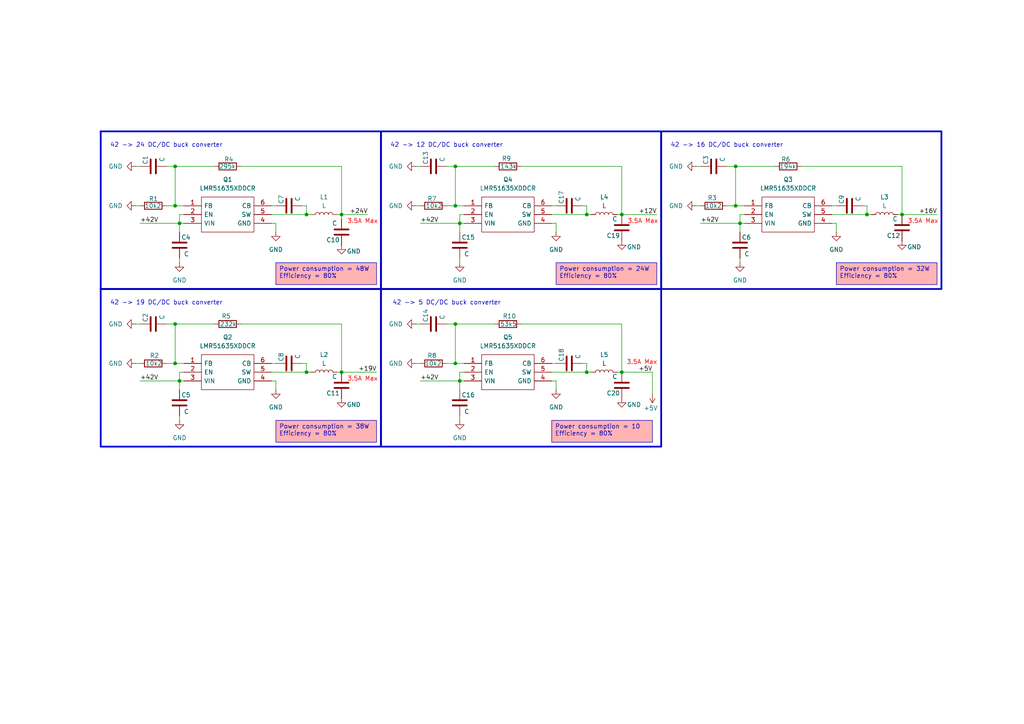
<source format=kicad_sch>
(kicad_sch (version 20231120) (generator "eeschema") (generator_version "8.0")
  (paper "A4")
  (title_block (title "Sheet Title A") (company "${COMPANY}"))
  (lib_symbols
    (symbol "Device:C" (pin_numbers hide) (pin_names (offset 0.254))
      (property "Reference" "C" (at 0.635 2.54 0))
      (property "Value" "C" (at 0.635 -2.54 0))
      (symbol "C_0_1"
        (polyline (pts (xy -2.032 -0.762) (xy 2.032 -0.762)) (stroke (width 0.508)))
        (polyline (pts (xy -2.032 0.762) (xy 2.032 0.762)) (stroke (width 0.508)))
      )
      (symbol "C_1_1"
        (pin passive line (at 0 3.81 270) (length 2.794) (name "~") (number "1"))
        (pin passive line (at 0 -3.81 90) (length 2.794) (name "~") (number "2"))
      )
    )
    (symbol "Device:L" (pin_numbers hide) (pin_names (offset 1.016) hide)
      (property "Reference" "L" (at -1.27 0 90))
      (property "Value" "L" (at 1.905 0 90))
      (symbol "L_0_1"
        (arc (start 0 -2.54) (mid 0.6323 -1.905) (end 0 -1.27))
        (arc (start 0 -1.27) (mid 0.6323 -0.635) (end 0 0))
        (arc (start 0 0) (mid 0.6323 0.635) (end 0 1.27))
        (arc (start 0 1.27) (mid 0.6323 1.905) (end 0 2.54))
      )
      (symbol "L_1_1"
        (pin passive line (at 0 3.81 270) (length 1.27) (name "1") (number "1"))
        (pin passive line (at 0 -3.81 90) (length 1.27) (name "2") (number "2"))
      )
    )
    (symbol "Device:R" (pin_numbers hide) (pin_names (offset 0))
      (property "Reference" "R" (at 2.032 0 90))
      (property "Value" "R" (at 0 0 90))
      (symbol "R_0_1"
        (rectangle (start -1.016 -2.54) (end 1.016 2.54) (stroke (width 0.254)))
      )
      (symbol "R_1_1"
        (pin passive line (at 0 3.81 270) (length 1.27) (name "~") (number "1"))
        (pin passive line (at 0 -3.81 90) (length 1.27) (name "~") (number "2"))
      )
    )
    (symbol "LMR51635XDDCR:LMR51635XDDCR" (pin_names (offset 0.762))
      (property "Reference" "Q" (at 21.59 7.62 0))
      (property "Value" "LMR51635XDDCR" (at 21.59 5.08 0))
      (symbol "LMR51635XDDCR_0_0"
        (pin passive line (at 0 0 0) (length 5.08) (name "FB") (number "1"))
        (pin passive line (at 0 -2.54 0) (length 5.08) (name "EN") (number "2"))
        (pin passive line (at 0 -5.08 0) (length 5.08) (name "VIN") (number "3"))
        (pin passive line (at 25.4 -5.08 180) (length 5.08) (name "GND") (number "4"))
        (pin passive line (at 25.4 -2.54 180) (length 5.08) (name "SW") (number "5"))
        (pin passive line (at 25.4 0 180) (length 5.08) (name "CB") (number "6"))
      )
      (symbol "LMR51635XDDCR_0_1"
        (polyline (pts (xy 5.08 2.54) (xy 20.32 2.54) (xy 20.32 -7.62) (xy 5.08 -7.62) (xy 5.08 2.54)) (stroke (width 0.1524)))
      )
    )
    (symbol "power:+5V" (power) (pin_numbers hide) (pin_names (offset 0) hide)
      (property "Value" "+5V" (at 0 3.556 0))
      (symbol "+5V_0_1"
        (polyline (pts (xy -0.762 1.27) (xy 0 2.54)))
        (polyline (pts (xy 0 0) (xy 0 2.54)))
        (polyline (pts (xy 0 2.54) (xy 0.762 1.27)))
      )
      (symbol "+5V_1_1"
        (pin power_in line (at 0 0 90) (length 0) (name "~") (number "1"))
      )
    )
    (symbol "power:GND" (power) (pin_numbers hide) (pin_names (offset 0) hide)
      (property "Value" "GND" (at 0 -3.81 0))
      (symbol "GND_0_1"
        (polyline (pts (xy 0 0) (xy 0 -1.27) (xy 1.27 -1.27) (xy 0 -2.54) (xy -1.27 -1.27) (xy 0 -1.27)))
      )
      (symbol "GND_1_1"
        (pin power_in line (at 0 0 270) (length 0) (name "~") (number "1"))
      )
    )
  )
  (junction (at 88.9 62.23))
  (junction (at 132.08 105.41))
  (junction (at 50.8 93.98))
  (junction (at 180.34 107.95))
  (junction (at 251.46 62.23))
  (junction (at 170.18 107.95))
  (junction (at 132.08 48.26))
  (junction (at 133.35 110.49))
  (junction (at 50.8 48.26))
  (junction (at 50.8 59.69))
  (junction (at 170.18 62.23))
  (junction (at 99.06 107.95))
  (junction (at 133.35 64.77))
  (junction (at 52.07 110.49))
  (junction (at 213.36 59.69))
  (junction (at 214.63 64.77))
  (junction (at 213.36 48.26))
  (junction (at 99.06 62.23))
  (junction (at 52.07 64.77))
  (junction (at 50.8 105.41))
  (junction (at 88.9 107.95))
  (junction (at 261.62 62.23))
  (junction (at 132.08 93.98))
  (junction (at 180.34 62.23))
  (junction (at 132.08 59.69))
  (wire (pts (xy 180.34 48.26) (xy 180.34 62.23)))
  (wire (pts (xy 99.06 63.5) (xy 99.06 62.23)))
  (wire (pts (xy 201.93 59.69) (xy 203.2 59.69)))
  (wire (pts (xy 39.37 93.98) (xy 40.64 93.98)))
  (wire (pts (xy 170.18 59.69) (xy 170.18 62.23)))
  (wire (pts (xy 50.8 48.26) (xy 50.8 59.69)))
  (wire (pts (xy 213.36 59.69) (xy 215.9 59.69)))
  (wire (pts (xy 120.65 48.26) (xy 121.92 48.26)))
  (wire (pts (xy 52.07 107.95) (xy 53.34 107.95)))
  (wire (pts (xy 180.34 62.23) (xy 179.07 62.23)))
  (wire (pts (xy 87.63 59.69) (xy 88.9 59.69)))
  (wire (pts (xy 88.9 62.23) (xy 90.17 62.23)))
  (wire (pts (xy 133.35 120.65) (xy 133.35 121.92)))
  (wire (pts (xy 180.34 62.23) (xy 190.5 62.23)))
  (wire (pts (xy 87.63 105.41) (xy 88.9 105.41)))
  (wire (pts (xy 180.34 93.98) (xy 180.34 107.95)))
  (wire (pts (xy 214.63 62.23) (xy 215.9 62.23)))
  (wire (pts (xy 99.06 62.23) (xy 106.68 62.23)))
  (wire (pts (xy 78.74 107.95) (xy 88.9 107.95)))
  (wire (pts (xy 50.8 105.41) (xy 53.34 105.41)))
  (wire (pts (xy 52.07 110.49) (xy 52.07 113.03)))
  (wire (pts (xy 88.9 105.41) (xy 88.9 107.95)))
  (wire (pts (xy 39.37 48.26) (xy 40.64 48.26)))
  (wire (pts (xy 160.02 105.41) (xy 161.29 105.41)))
  (wire (pts (xy 53.34 110.49) (xy 52.07 110.49)))
  (wire (pts (xy 151.13 93.98) (xy 180.34 93.98)))
  (wire (pts (xy 241.3 62.23) (xy 251.46 62.23)))
  (wire (pts (xy 129.54 105.41) (xy 132.08 105.41)))
  (wire (pts (xy 129.54 48.26) (xy 132.08 48.26)))
  (wire (pts (xy 40.64 110.49) (xy 52.07 110.49)))
  (wire (pts (xy 133.35 107.95) (xy 134.62 107.95)))
  (wire (pts (xy 261.62 62.23) (xy 260.35 62.23)))
  (wire (pts (xy 224.79 48.26) (xy 213.36 48.26)))
  (wire (pts (xy 52.07 110.49) (xy 52.07 107.95)))
  (wire (pts (xy 129.54 93.98) (xy 132.08 93.98)))
  (wire (pts (xy 62.23 93.98) (xy 50.8 93.98)))
  (wire (pts (xy 120.65 105.41) (xy 121.92 105.41)))
  (wire (pts (xy 242.57 67.31) (xy 242.57 64.77)))
  (wire (pts (xy 210.82 48.26) (xy 213.36 48.26)))
  (wire (pts (xy 160.02 107.95) (xy 170.18 107.95)))
  (wire (pts (xy 78.74 110.49) (xy 80.01 110.49)))
  (wire (pts (xy 121.92 64.77) (xy 133.35 64.77)))
  (wire (pts (xy 261.62 62.23) (xy 271.78 62.23)))
  (wire (pts (xy 99.06 62.23) (xy 97.79 62.23)))
  (wire (pts (xy 215.9 64.77) (xy 214.63 64.77)))
  (wire (pts (xy 189.23 107.95) (xy 180.34 107.95)))
  (wire (pts (xy 69.85 93.98) (xy 99.06 93.98)))
  (wire (pts (xy 214.63 64.77) (xy 214.63 67.31)))
  (wire (pts (xy 133.35 64.77) (xy 133.35 62.23)))
  (wire (pts (xy 120.65 93.98) (xy 121.92 93.98)))
  (wire (pts (xy 134.62 64.77) (xy 133.35 64.77)))
  (wire (pts (xy 129.54 59.69) (xy 132.08 59.69)))
  (wire (pts (xy 48.26 93.98) (xy 50.8 93.98)))
  (wire (pts (xy 168.91 105.41) (xy 170.18 105.41)))
  (wire (pts (xy 50.8 59.69) (xy 53.34 59.69)))
  (wire (pts (xy 52.07 64.77) (xy 52.07 67.31)))
  (wire (pts (xy 99.06 107.95) (xy 109.22 107.95)))
  (wire (pts (xy 189.23 107.95) (xy 189.23 114.3)))
  (wire (pts (xy 214.63 64.77) (xy 214.63 62.23)))
  (wire (pts (xy 213.36 48.26) (xy 213.36 59.69)))
  (wire (pts (xy 160.02 62.23) (xy 170.18 62.23)))
  (wire (pts (xy 133.35 110.49) (xy 133.35 107.95)))
  (wire (pts (xy 143.51 93.98) (xy 132.08 93.98)))
  (wire (pts (xy 48.26 48.26) (xy 50.8 48.26)))
  (wire (pts (xy 50.8 93.98) (xy 50.8 105.41)))
  (wire (pts (xy 133.35 74.93) (xy 133.35 76.2)))
  (wire (pts (xy 170.18 107.95) (xy 171.45 107.95)))
  (wire (pts (xy 161.29 113.03) (xy 161.29 110.49)))
  (wire (pts (xy 132.08 93.98) (xy 132.08 105.41)))
  (wire (pts (xy 161.29 67.31) (xy 161.29 64.77)))
  (wire (pts (xy 99.06 107.95) (xy 97.79 107.95)))
  (wire (pts (xy 99.06 48.26) (xy 99.06 62.23)))
  (wire (pts (xy 201.93 48.26) (xy 203.2 48.26)))
  (wire (pts (xy 88.9 59.69) (xy 88.9 62.23)))
  (wire (pts (xy 160.02 110.49) (xy 161.29 110.49)))
  (wire (pts (xy 78.74 64.77) (xy 80.01 64.77)))
  (wire (pts (xy 80.01 113.03) (xy 80.01 110.49)))
  (wire (pts (xy 78.74 59.69) (xy 80.01 59.69)))
  (wire (pts (xy 78.74 62.23) (xy 88.9 62.23)))
  (wire (pts (xy 132.08 105.41) (xy 134.62 105.41)))
  (wire (pts (xy 69.85 48.26) (xy 99.06 48.26)))
  (wire (pts (xy 251.46 62.23) (xy 252.73 62.23)))
  (wire (pts (xy 170.18 105.41) (xy 170.18 107.95)))
  (wire (pts (xy 78.74 105.41) (xy 80.01 105.41)))
  (wire (pts (xy 250.19 59.69) (xy 251.46 59.69)))
  (wire (pts (xy 121.92 110.49) (xy 133.35 110.49)))
  (wire (pts (xy 39.37 105.41) (xy 40.64 105.41)))
  (wire (pts (xy 180.34 107.95) (xy 179.07 107.95)))
  (wire (pts (xy 99.06 93.98) (xy 99.06 107.95)))
  (wire (pts (xy 241.3 59.69) (xy 242.57 59.69)))
  (wire (pts (xy 168.91 59.69) (xy 170.18 59.69)))
  (wire (pts (xy 48.26 59.69) (xy 50.8 59.69)))
  (wire (pts (xy 52.07 120.65) (xy 52.07 121.92)))
  (wire (pts (xy 52.07 62.23) (xy 53.34 62.23)))
  (wire (pts (xy 40.64 64.77) (xy 52.07 64.77)))
  (wire (pts (xy 143.51 48.26) (xy 132.08 48.26)))
  (wire (pts (xy 151.13 48.26) (xy 180.34 48.26)))
  (wire (pts (xy 203.2 64.77) (xy 214.63 64.77)))
  (wire (pts (xy 39.37 59.69) (xy 40.64 59.69)))
  (wire (pts (xy 132.08 48.26) (xy 132.08 59.69)))
  (wire (pts (xy 251.46 59.69) (xy 251.46 62.23)))
  (wire (pts (xy 53.34 64.77) (xy 52.07 64.77)))
  (wire (pts (xy 261.62 48.26) (xy 261.62 62.23)))
  (wire (pts (xy 52.07 74.93) (xy 52.07 76.2)))
  (wire (pts (xy 48.26 105.41) (xy 50.8 105.41)))
  (wire (pts (xy 134.62 110.49) (xy 133.35 110.49)))
  (wire (pts (xy 133.35 110.49) (xy 133.35 113.03)))
  (wire (pts (xy 88.9 107.95) (xy 90.17 107.95)))
  (wire (pts (xy 170.18 62.23) (xy 171.45 62.23)))
  (wire (pts (xy 132.08 59.69) (xy 134.62 59.69)))
  (wire (pts (xy 214.63 74.93) (xy 214.63 76.2)))
  (wire (pts (xy 210.82 59.69) (xy 213.36 59.69)))
  (wire (pts (xy 52.07 64.77) (xy 52.07 62.23)))
  (wire (pts (xy 120.65 59.69) (xy 121.92 59.69)))
  (wire (pts (xy 80.01 67.31) (xy 80.01 64.77)))
  (wire (pts (xy 160.02 64.77) (xy 161.29 64.77)))
  (wire (pts (xy 241.3 64.77) (xy 242.57 64.77)))
  (wire (pts (xy 133.35 62.23) (xy 134.62 62.23)))
  (wire (pts (xy 62.23 48.26) (xy 50.8 48.26)))
  (wire (pts (xy 232.41 48.26) (xy 261.62 48.26)))
  (wire (pts (xy 133.35 64.77) (xy 133.35 67.31)))
  (wire (pts (xy 160.02 59.69) (xy 161.29 59.69)))
  (rectangle (start 29.21 83.82) (end 110.49 129.54) (stroke (width 0.508)))
  (rectangle (start 29.21 38.1) (end 110.49 83.82) (stroke (width 0.508)))
  (rectangle (start 191.77 38.1) (end 273.05 83.82) (stroke (width 0.508)))
  (rectangle (start 110.49 38.1) (end 191.77 83.82) (stroke (width 0.508)))
  (rectangle (start 110.49 83.82) (end 191.77 129.54) (stroke (width 0.508)))
  (text_box "Power consumption = 32W\nEfficiency = 80%\n" (at 242.57 76.2 0) (size 29.21 6.35) (fill (type color) (color 255 0 0 0.3)) (effects (font (size 1.27 1.27)) (justify left top)))
  (text_box "Power consumption = 24W\nEfficiency = 80%\n" (at 161.29 76.2 0) (size 29.21 6.35) (fill (type color) (color 255 0 0 0.3)) (effects (font (size 1.27 1.27)) (justify left top)))
  (text_box "Power consumption = 48W\nEfficiency = 80%\n" (at 80.01 76.2 0) (size 29.21 6.35) (fill (type color) (color 255 0 0 0.3)) (effects (font (size 1.27 1.27)) (justify left top)))
  (text_box "Power consumption = 10\nEfficiency = 80%\n" (at 160.02 121.92 0) (size 29.21 6.35) (fill (type color) (color 255 0 0 0.3)) (effects (font (size 1.27 1.27)) (justify left top)))
  (text_box "Power consumption = 38W\nEfficiency = 80%\n" (at 80.01 121.92 0) (size 29.21 6.35) (fill (type color) (color 255 0 0 0.3)) (effects (font (size 1.27 1.27)) (justify left top)))
  (text "42 -> 24 DC/DC buck converter\n" (at 48.26 42.164 0) (effects (font (size 1.27 1.27))))
  (text "42 -> 19 DC/DC buck converter\n" (at 48.26 87.884 0) (effects (font (size 1.27 1.27))))
  (text "3.5A Max\n" (at 267.716 64.262 0) (effects (font (size 1.27 1.27))))
  (text "3.5A Max\n" (at 186.182 105.156 0) (effects (font (size 1.27 1.27))))
  (text "3.5A Max\n" (at 186.436 64.262 0) (effects (font (size 1.27 1.27))))
  (text "3.5A Max\n" (at 105.156 64.262 0) (effects (font (size 1.27 1.27))))
  (text "42 -> 16 DC/DC buck converter\n" (at 210.82 42.164 0) (effects (font (size 1.27 1.27))))
  (text "42 -> 5 DC/DC buck converter\n" (at 129.54 87.884 0) (effects (font (size 1.27 1.27))))
  (text "42 -> 12 DC/DC buck converter\n" (at 129.54 42.164 0) (effects (font (size 1.27 1.27))))
  (text "3.5A Max\n" (at 105.156 109.982 0) (effects (font (size 1.27 1.27))))
  (label "+42V" (at 121.92 64.77 0))
  (label "+42V" (at 40.64 110.49 0))
  (label "+12V" (at 190.5 62.23 180))
  (label "+19V" (at 109.22 107.95 180))
  (label "+16V" (at 271.78 62.23 180))
  (label "+5V" (at 189.23 107.95 180))
  (label "+42V" (at 121.92 110.49 0))
  (label "+42V" (at 203.2 64.77 0))
  (label "+24V" (at 106.68 62.23 180))
  (label "+42V" (at 40.64 64.77 0))
  (symbol (lib_id "power:+5V") (at 189.23 114.3 180) (unit 1)
    (property "Reference" "#PWR026" (effects (hide yes)))
    (property "Value" "+5V" (at 188.722 118.364 0))
    (property "Description" "Power symbol creates a global label with name \"+5V\"" (effects (hide yes)))
  )
  (symbol (lib_id "power:GND") (at 201.93 48.26 270) (unit 1)
    (property "Reference" "#PWR05" (effects (hide yes)))
    (property "Value" "GND" (at 198.12 48.2599 90) (effects (justify right)))
    (property "Description" "Power symbol creates a global label with name \"GND\" , ground" (effects (hide yes)))
  )
  (symbol (lib_id "Device:C") (at 207.01 48.26 90) (unit 1)
    (property "Reference" "C3" (at 204.724 47.752 0) (effects (justify left)))
    (property "Value" "C" (at 209.55 46.99 0) (effects (justify left)))
    (property "Description" "Unpolarized capacitor" (effects (hide yes)))
  )
  (symbol (lib_id "power:GND") (at 261.62 69.85 0) (unit 1)
    (property "Reference" "#PWR015" (effects (hide yes)))
    (property "Value" "GND" (at 267.208 71.628 0) (effects (justify right)))
    (property "Description" "Power symbol creates a global label with name \"GND\" , ground" (effects (hide yes)))
  )
  (symbol (lib_id "Device:C") (at 52.07 116.84 0) (unit 1)
    (property "Reference" "C5" (at 52.578 114.554 0) (effects (justify left)))
    (property "Value" "C" (at 53.34 119.38 0) (effects (justify left)))
    (property "Description" "Unpolarized capacitor" (effects (hide yes)))
  )
  (symbol (lib_id "power:GND") (at 133.35 121.92 0) (unit 1)
    (property "Reference" "#PWR021" (effects (hide yes)))
    (property "Value" "GND" (at 133.35 127 0))
    (property "Description" "Power symbol creates a global label with name \"GND\" , ground" (effects (hide yes)))
  )
  (symbol (lib_id "power:GND") (at 180.34 69.85 0) (unit 1)
    (property "Reference" "#PWR024" (effects (hide yes)))
    (property "Value" "GND" (at 185.928 71.628 0) (effects (justify right)))
    (property "Description" "Power symbol creates a global label with name \"GND\" , ground" (effects (hide yes)))
  )
  (symbol (lib_id "Device:C") (at 99.06 111.76 180) (unit 1)
    (property "Reference" "C11" (at 98.552 114.046 0) (effects (justify left)))
    (property "Value" "C" (at 97.79 109.22 0) (effects (justify left)))
    (property "Description" "Unpolarized capacitor" (effects (hide yes)))
  )
  (symbol (lib_id "power:GND") (at 80.01 67.31 0) (unit 1)
    (property "Reference" "#PWR010" (effects (hide yes)))
    (property "Value" "GND" (at 80.01 72.39 0))
    (property "Description" "Power symbol creates a global label with name \"GND\" , ground" (effects (hide yes)))
  )
  (symbol (lib_id "power:GND") (at 39.37 48.26 270) (unit 1)
    (property "Reference" "#PWR01" (effects (hide yes)))
    (property "Value" "GND" (at 35.56 48.2599 90) (effects (justify right)))
    (property "Description" "Power symbol creates a global label with name \"GND\" , ground" (effects (hide yes)))
  )
  (symbol (lib_id "Device:C") (at 133.35 71.12 0) (unit 1)
    (property "Reference" "C15" (at 133.858 68.834 0) (effects (justify left)))
    (property "Value" "C" (at 134.62 73.66 0) (effects (justify left)))
    (property "Description" "Unpolarized capacitor" (effects (hide yes)))
  )
  (symbol (lib_id "Device:R") (at 207.01 59.69 270) (unit 1)
    (property "Reference" "R3" (at 205.232 57.404 90) (effects (justify left)))
    (property "Value" "10k2" (at 204.47 59.69 90) (effects (justify left)))
    (property "Footprint" "Resistor_SMD:R_0603_1608Metric_Pad0.98x0.95mm_HandSolder" (effects (hide yes)))
    (property "Description" "Resistor" (effects (hide yes)))
  )
  (symbol (lib_id "Device:R") (at 66.04 48.26 270) (unit 1)
    (property "Reference" "R4" (at 65.024 46.228 90) (effects (justify left)))
    (property "Value" "295k" (at 63.5 48.26 90) (effects (justify left)))
    (property "Footprint" "Resistor_SMD:R_0603_1608Metric_Pad0.98x0.95mm_HandSolder" (effects (hide yes)))
    (property "Description" "Resistor" (effects (hide yes)))
  )
  (symbol (lib_id "Device:R") (at 228.6 48.26 270) (unit 1)
    (property "Reference" "R6" (at 226.568 46.228 90) (effects (justify left)))
    (property "Value" "194k" (at 226.06 48.26 90) (effects (justify left)))
    (property "Footprint" "Resistor_SMD:R_0603_1608Metric_Pad0.98x0.95mm_HandSolder" (effects (hide yes)))
    (property "Description" "Resistor" (effects (hide yes)))
  )
  (symbol (lib_id "power:GND") (at 120.65 59.69 270) (unit 1)
    (property "Reference" "#PWR017" (effects (hide yes)))
    (property "Value" "GND" (at 116.84 59.6899 90) (effects (justify right)))
    (property "Description" "Power symbol creates a global label with name \"GND\" , ground" (effects (hide yes)))
  )
  (symbol (lib_id "Device:R") (at 44.45 105.41 270) (unit 1)
    (property "Reference" "R2" (at 43.434 103.124 90) (effects (justify left)))
    (property "Value" "10k2" (at 42.164 105.41 90) (effects (justify left)))
    (property "Footprint" "Resistor_SMD:R_0603_1608Metric_Pad0.98x0.95mm_HandSolder" (effects (hide yes)))
    (property "Description" "Resistor" (effects (hide yes)))
  )
  (symbol (lib_id "Device:C") (at 125.73 93.98 90) (unit 1)
    (property "Reference" "C14" (at 123.444 93.472 0) (effects (justify left)))
    (property "Value" "C" (at 128.27 92.71 0) (effects (justify left)))
    (property "Description" "Unpolarized capacitor" (effects (hide yes)))
  )
  (symbol (lib_id "Device:C") (at 246.38 59.69 90) (unit 1)
    (property "Reference" "C9" (at 244.094 59.182 0) (effects (justify left)))
    (property "Value" "C" (at 248.92 58.42 0) (effects (justify left)))
    (property "Description" "Unpolarized capacitor" (effects (hide yes)))
  )
  (symbol (lib_id "Device:C") (at 261.62 66.04 180) (unit 1)
    (property "Reference" "C12" (at 261.112 68.326 0) (effects (justify left)))
    (property "Value" "C" (at 260.35 63.5 0) (effects (justify left)))
    (property "Description" "Unpolarized capacitor" (effects (hide yes)))
  )
  (symbol (lib_id "Device:R") (at 125.73 105.41 270) (unit 1)
    (property "Reference" "R8" (at 123.952 103.124 90) (effects (justify left)))
    (property "Value" "10k2" (at 123.19 105.41 90) (effects (justify left)))
    (property "Footprint" "Resistor_SMD:R_0603_1608Metric_Pad0.98x0.95mm_HandSolder" (effects (hide yes)))
    (property "Description" "Resistor" (effects (hide yes)))
  )
  (symbol (lib_id "Device:C") (at 180.34 111.76 180) (unit 1)
    (property "Reference" "C20" (at 179.832 114.046 0) (effects (justify left)))
    (property "Value" "C" (at 179.07 109.22 0) (effects (justify left)))
    (property "Description" "Unpolarized capacitor" (effects (hide yes)))
  )
  (symbol (lib_id "power:GND") (at 180.34 115.57 0) (unit 1)
    (property "Reference" "#PWR025" (effects (hide yes)))
    (property "Value" "GND" (at 185.928 117.348 0) (effects (justify right)))
    (property "Description" "Power symbol creates a global label with name \"GND\" , ground" (effects (hide yes)))
  )
  (symbol (lib_id "Device:C") (at 180.34 66.04 180) (unit 1)
    (property "Reference" "C19" (at 179.832 68.326 0) (effects (justify left)))
    (property "Value" "C" (at 179.07 63.5 0) (effects (justify left)))
    (property "Description" "Unpolarized capacitor" (effects (hide yes)))
  )
  (symbol (lib_id "Device:C") (at 83.82 105.41 90) (unit 1)
    (property "Reference" "C8" (at 81.534 104.902 0) (effects (justify left)))
    (property "Value" "C" (at 86.36 104.14 0) (effects (justify left)))
    (property "Description" "Unpolarized capacitor" (effects (hide yes)))
  )
  (symbol (lib_id "power:GND") (at 39.37 59.69 270) (unit 1)
    (property "Reference" "#PWR02" (effects (hide yes)))
    (property "Value" "GND" (at 35.56 59.6899 90) (effects (justify right)))
    (property "Description" "Power symbol creates a global label with name \"GND\" , ground" (effects (hide yes)))
  )
  (symbol (lib_id "power:GND") (at 52.07 76.2 0) (unit 1)
    (property "Reference" "#PWR07" (effects (hide yes)))
    (property "Value" "GND" (at 52.07 81.28 0))
    (property "Description" "Power symbol creates a global label with name \"GND\" , ground" (effects (hide yes)))
  )
  (symbol (lib_id "Device:L") (at 93.98 107.95 90) (unit 1)
    (property "Reference" "L2" (at 93.98 102.87 90))
    (property "Value" "L" (at 93.98 105.41 90))
    (property "Description" "Inductor" (effects (hide yes)))
  )
  (symbol (lib_id "power:GND") (at 99.06 71.12 0) (unit 1)
    (property "Reference" "#PWR013" (effects (hide yes)))
    (property "Value" "GND" (at 104.648 72.898 0) (effects (justify right)))
    (property "Description" "Power symbol creates a global label with name \"GND\" , ground" (effects (hide yes)))
  )
  (symbol (lib_id "power:GND") (at 161.29 113.03 0) (unit 1)
    (property "Reference" "#PWR023" (effects (hide yes)))
    (property "Value" "GND" (at 161.29 118.11 0))
    (property "Description" "Power symbol creates a global label with name \"GND\" , ground" (effects (hide yes)))
  )
  (symbol (lib_id "power:GND") (at 120.65 105.41 270) (unit 1)
    (property "Reference" "#PWR019" (effects (hide yes)))
    (property "Value" "GND" (at 116.84 105.4099 90) (effects (justify right)))
    (property "Description" "Power symbol creates a global label with name \"GND\" , ground" (effects (hide yes)))
  )
  (symbol (lib_id "Device:C") (at 99.06 67.31 180) (unit 1)
    (property "Reference" "C10" (at 98.552 69.596 0) (effects (justify left)))
    (property "Value" "C" (at 97.79 64.77 0) (effects (justify left)))
    (property "Description" "Unpolarized capacitor" (effects (hide yes)))
  )
  (symbol (lib_id "Device:C") (at 133.35 116.84 0) (unit 1)
    (property "Reference" "C16" (at 133.858 114.554 0) (effects (justify left)))
    (property "Value" "C" (at 134.62 119.38 0) (effects (justify left)))
    (property "Description" "Unpolarized capacitor" (effects (hide yes)))
  )
  (symbol (lib_id "power:GND") (at 39.37 105.41 270) (unit 1)
    (property "Reference" "#PWR04" (effects (hide yes)))
    (property "Value" "GND" (at 35.56 105.4099 90) (effects (justify right)))
    (property "Description" "Power symbol creates a global label with name \"GND\" , ground" (effects (hide yes)))
  )
  (symbol (lib_id "power:GND") (at 133.35 76.2 0) (unit 1)
    (property "Reference" "#PWR020" (effects (hide yes)))
    (property "Value" "GND" (at 133.35 81.28 0))
    (property "Description" "Power symbol creates a global label with name \"GND\" , ground" (effects (hide yes)))
  )
  (symbol (lib_id "LMR51635XDDCR:LMR51635XDDCR") (at 215.9 59.69 0) (unit 1)
    (property "Reference" "Q3" (at 228.6 52.07 0))
    (property "Value" "LMR51635XDDCR" (at 228.6 54.61 0))
    (property "Footprint" "SOT95P280X110-6N" (effects (hide yes)))
    (property "Datasheet" "https://www.ti.com/lit/gpn/lmr51635" (effects (hide yes)))
    (property "Description" "Functional Safety-Capable  Documentation available to aid functional safety system design  Configured for rugged industrial applications:  4.3V to 60V input voltage range  3.5A continuous output current  Low operating quiescent current of 29uA  70ns minimum switching on time  400kHz switching frequency  Frequency spread spectrum (PFM variant)  40C to 150C junction temperature range  96% maximum duty cycle  Monotonic start-up with prebiased output  Short-circuit protection with" (effects (hide yes)))
    (property "Description_1" " Functional Safety-Capable  Documentation available to aid functional safety system design  Configured for rugged industrial applications:  4.3V to 60V input voltage range  3.5A continuous output current  Low operating quiescent current of 29uA  70ns minimum switching on time  400kHz switching frequency  Frequency spread spectrum (PFM variant)  40C to 150C junction temperature range  96% maximum duty cycle  Monotonic start-up with prebiased output  Short-circuit protection with " (effects (hide yes)))
    (property "Height" "1.1" (effects (hide yes)))
    (property "Manufacturer_Name" "Texas Instruments" (effects (hide yes)))
    (property "Manufacturer_Part_Number" "LMR51635XDDCR" (effects (hide yes)))
  )
  (symbol (lib_id "Device:R") (at 147.32 48.26 270) (unit 1)
    (property "Reference" "R9" (at 145.542 45.974 90) (effects (justify left)))
    (property "Value" "143k" (at 145.034 48.26 90) (effects (justify left)))
    (property "Description" "Resistor" (effects (hide yes)))
  )
  (symbol (lib_id "Device:R") (at 66.04 93.98 270) (unit 1)
    (property "Reference" "R5" (at 64.262 91.694 90) (effects (justify left)))
    (property "Value" "232k" (at 63.754 93.98 90) (effects (justify left)))
    (property "Footprint" "Resistor_SMD:R_0603_1608Metric_Pad0.98x0.95mm_HandSolder" (effects (hide yes)))
    (property "Description" "Resistor" (effects (hide yes)))
  )
  (symbol (lib_id "Device:L") (at 175.26 107.95 90) (unit 1)
    (property "Reference" "L5" (at 175.26 102.87 90))
    (property "Value" "L" (at 175.26 105.41 90))
    (property "Description" "Inductor" (effects (hide yes)))
  )
  (symbol (lib_id "power:GND") (at 39.37 93.98 270) (unit 1)
    (property "Reference" "#PWR03" (effects (hide yes)))
    (property "Value" "GND" (at 35.56 93.9799 90) (effects (justify right)))
    (property "Description" "Power symbol creates a global label with name \"GND\" , ground" (effects (hide yes)))
  )
  (symbol (lib_id "Device:R") (at 147.32 93.98 270) (unit 1)
    (property "Reference" "R10" (at 145.796 91.694 90) (effects (justify left)))
    (property "Value" "53k5" (at 145.034 93.98 90) (effects (justify left)))
    (property "Footprint" "Resistor_SMD:R_0603_1608Metric_Pad0.98x0.95mm_HandSolder" (effects (hide yes)))
    (property "Description" "Resistor" (effects (hide yes)))
  )
  (symbol (lib_id "Device:C") (at 83.82 59.69 90) (unit 1)
    (property "Reference" "C7" (at 81.534 59.182 0) (effects (justify left)))
    (property "Value" "C" (at 86.36 58.42 0) (effects (justify left)))
    (property "Description" "Unpolarized capacitor" (effects (hide yes)))
  )
  (symbol (lib_id "Device:L") (at 175.26 62.23 90) (unit 1)
    (property "Reference" "L4" (at 175.26 57.15 90))
    (property "Value" "L" (at 175.26 59.69 90))
    (property "Description" "Inductor" (effects (hide yes)))
  )
  (symbol (lib_id "Device:C") (at 214.63 71.12 0) (unit 1)
    (property "Reference" "C6" (at 215.138 68.834 0) (effects (justify left)))
    (property "Value" "C" (at 215.9 73.66 0) (effects (justify left)))
    (property "Description" "Unpolarized capacitor" (effects (hide yes)))
  )
  (symbol (lib_id "Device:C") (at 165.1 59.69 90) (unit 1)
    (property "Reference" "C17" (at 162.814 59.182 0) (effects (justify left)))
    (property "Value" "C" (at 167.64 58.42 0) (effects (justify left)))
    (property "Description" "Unpolarized capacitor" (effects (hide yes)))
  )
  (symbol (lib_id "LMR51635XDDCR:LMR51635XDDCR") (at 53.34 105.41 0) (unit 1)
    (property "Reference" "Q2" (at 66.04 97.79 0))
    (property "Value" "LMR51635XDDCR" (at 66.04 100.33 0))
    (property "Footprint" "SOT95P280X110-6N" (effects (hide yes)))
    (property "Datasheet" "https://www.ti.com/lit/gpn/lmr51635" (effects (hide yes)))
    (property "Description" "Functional Safety-Capable  Documentation available to aid functional safety system design  Configured for rugged industrial applications:  4.3V to 60V input voltage range  3.5A continuous output current  Low operating quiescent current of 29uA  70ns minimum switching on time  400kHz switching frequency  Frequency spread spectrum (PFM variant)  40C to 150C junction temperature range  96% maximum duty cycle  Monotonic start-up with prebiased output  Short-circuit protection with" (effects (hide yes)))
    (property "Description_1" " Functional Safety-Capable  Documentation available to aid functional safety system design  Configured for rugged industrial applications:  4.3V to 60V input voltage range  3.5A continuous output current  Low operating quiescent current of 29uA  70ns minimum switching on time  400kHz switching frequency  Frequency spread spectrum (PFM variant)  40C to 150C junction temperature range  96% maximum duty cycle  Monotonic start-up with prebiased output  Short-circuit protection with " (effects (hide yes)))
    (property "Height" "1.1" (effects (hide yes)))
    (property "Manufacturer_Name" "Texas Instruments" (effects (hide yes)))
    (property "Manufacturer_Part_Number" "LMR51635XDDCR" (effects (hide yes)))
  )
  (symbol (lib_id "power:GND") (at 52.07 121.92 0) (unit 1)
    (property "Reference" "#PWR08" (effects (hide yes)))
    (property "Value" "GND" (at 52.07 127 0))
    (property "Description" "Power symbol creates a global label with name \"GND\" , ground" (effects (hide yes)))
  )
  (symbol (lib_id "Device:C") (at 52.07 71.12 0) (unit 1)
    (property "Reference" "C4" (at 52.578 68.834 0) (effects (justify left)))
    (property "Value" "C" (at 53.34 73.66 0) (effects (justify left)))
    (property "Description" "Unpolarized capacitor" (effects (hide yes)))
  )
  (symbol (lib_id "Device:R") (at 44.45 59.69 270) (unit 1)
    (property "Reference" "R1" (at 43.18 57.658 90) (effects (justify left)))
    (property "Value" "10k2" (at 41.91 59.69 90) (effects (justify left)))
    (property "Footprint" "Resistor_SMD:R_0603_1608Metric_Pad0.98x0.95mm_HandSolder" (effects (hide yes)))
    (property "Description" "Resistor" (effects (hide yes)))
  )
  (symbol (lib_id "LMR51635XDDCR:LMR51635XDDCR") (at 53.34 59.69 0) (unit 1)
    (property "Reference" "Q1" (at 66.04 52.07 0))
    (property "Value" "LMR51635XDDCR" (at 66.04 54.61 0))
    (property "Footprint" "SOT95P280X110-6N" (effects (hide yes)))
    (property "Datasheet" "https://www.ti.com/lit/gpn/lmr51635" (effects (hide yes)))
    (property "Description" "Functional Safety-Capable  Documentation available to aid functional safety system design  Configured for rugged industrial applications:  4.3V to 60V input voltage range  3.5A continuous output current  Low operating quiescent current of 29uA  70ns minimum switching on time  400kHz switching frequency  Frequency spread spectrum (PFM variant)  40C to 150C junction temperature range  96% maximum duty cycle  Monotonic start-up with prebiased output  Short-circuit protection with" (effects (hide yes)))
    (property "Description_1" " Functional Safety-Capable  Documentation available to aid functional safety system design  Configured for rugged industrial applications:  4.3V to 60V input voltage range  3.5A continuous output current  Low operating quiescent current of 29uA  70ns minimum switching on time  400kHz switching frequency  Frequency spread spectrum (PFM variant)  40C to 150C junction temperature range  96% maximum duty cycle  Monotonic start-up with prebiased output  Short-circuit protection with " (effects (hide yes)))
    (property "Height" "1.1" (effects (hide yes)))
    (property "Manufacturer_Name" "Texas Instruments" (effects (hide yes)))
    (property "Manufacturer_Part_Number" "LMR51635XDDCR" (effects (hide yes)))
  )
  (symbol (lib_id "Device:C") (at 125.73 48.26 90) (unit 1)
    (property "Reference" "C13" (at 123.444 47.752 0) (effects (justify left)))
    (property "Value" "C" (at 128.27 46.99 0) (effects (justify left)))
    (property "Description" "Unpolarized capacitor" (effects (hide yes)))
  )
  (symbol (lib_id "Device:C") (at 44.45 93.98 90) (unit 1)
    (property "Reference" "C2" (at 42.164 93.472 0) (effects (justify left)))
    (property "Value" "C" (at 46.99 92.71 0) (effects (justify left)))
    (property "Description" "Unpolarized capacitor" (effects (hide yes)))
  )
  (symbol (lib_id "power:GND") (at 99.06 115.57 0) (unit 1)
    (property "Reference" "#PWR014" (effects (hide yes)))
    (property "Value" "GND" (at 104.648 117.348 0) (effects (justify right)))
    (property "Description" "Power symbol creates a global label with name \"GND\" , ground" (effects (hide yes)))
  )
  (symbol (lib_id "Device:C") (at 44.45 48.26 90) (unit 1)
    (property "Reference" "C1" (at 42.164 47.752 0) (effects (justify left)))
    (property "Value" "C" (at 46.99 46.99 0) (effects (justify left)))
    (property "Description" "Unpolarized capacitor" (effects (hide yes)))
  )
  (symbol (lib_id "Device:R") (at 125.73 59.69 270) (unit 1)
    (property "Reference" "R7" (at 123.952 57.658 90) (effects (justify left)))
    (property "Value" "10k2" (at 123.444 59.69 90) (effects (justify left)))
    (property "Description" "Resistor" (effects (hide yes)))
  )
  (symbol (lib_id "power:GND") (at 214.63 76.2 0) (unit 1)
    (property "Reference" "#PWR09" (effects (hide yes)))
    (property "Value" "GND" (at 214.63 81.28 0))
    (property "Description" "Power symbol creates a global label with name \"GND\" , ground" (effects (hide yes)))
  )
  (symbol (lib_id "power:GND") (at 201.93 59.69 270) (unit 1)
    (property "Reference" "#PWR06" (effects (hide yes)))
    (property "Value" "GND" (at 198.12 59.6899 90) (effects (justify right)))
    (property "Description" "Power symbol creates a global label with name \"GND\" , ground" (effects (hide yes)))
  )
  (symbol (lib_id "power:GND") (at 161.29 67.31 0) (unit 1)
    (property "Reference" "#PWR022" (effects (hide yes)))
    (property "Value" "GND" (at 161.29 72.39 0))
    (property "Description" "Power symbol creates a global label with name \"GND\" , ground" (effects (hide yes)))
  )
  (symbol (lib_id "Device:C") (at 165.1 105.41 90) (unit 1)
    (property "Reference" "C18" (at 162.814 104.902 0) (effects (justify left)))
    (property "Value" "C" (at 167.64 104.14 0) (effects (justify left)))
    (property "Description" "Unpolarized capacitor" (effects (hide yes)))
  )
  (symbol (lib_id "power:GND") (at 80.01 113.03 0) (unit 1)
    (property "Reference" "#PWR011" (effects (hide yes)))
    (property "Value" "GND" (at 80.01 118.11 0))
    (property "Description" "Power symbol creates a global label with name \"GND\" , ground" (effects (hide yes)))
  )
  (symbol (lib_id "power:GND") (at 242.57 67.31 0) (unit 1)
    (property "Reference" "#PWR012" (effects (hide yes)))
    (property "Value" "GND" (at 242.57 72.39 0))
    (property "Description" "Power symbol creates a global label with name \"GND\" , ground" (effects (hide yes)))
  )
  (symbol (lib_id "Device:L") (at 93.98 62.23 90) (unit 1)
    (property "Reference" "L1" (at 93.98 57.15 90))
    (property "Value" "L" (at 93.98 59.69 90))
    (property "Description" "Inductor" (effects (hide yes)))
  )
  (symbol (lib_id "power:GND") (at 120.65 48.26 270) (unit 1)
    (property "Reference" "#PWR016" (effects (hide yes)))
    (property "Value" "GND" (at 116.84 48.2599 90) (effects (justify right)))
    (property "Description" "Power symbol creates a global label with name \"GND\" , ground" (effects (hide yes)))
  )
  (symbol (lib_id "Device:L") (at 256.54 62.23 90) (unit 1)
    (property "Reference" "L3" (at 256.54 57.15 90))
    (property "Value" "L" (at 256.54 59.69 90))
    (property "Description" "Inductor" (effects (hide yes)))
  )
  (symbol (lib_id "LMR51635XDDCR:LMR51635XDDCR") (at 134.62 59.69 0) (unit 1)
    (property "Reference" "Q4" (at 147.32 52.07 0))
    (property "Value" "LMR51635XDDCR" (at 147.32 54.61 0))
    (property "Footprint" "SOT95P280X110-6N" (effects (hide yes)))
    (property "Datasheet" "https://www.ti.com/lit/gpn/lmr51635" (effects (hide yes)))
    (property "Description" "Functional Safety-Capable  Documentation available to aid functional safety system design  Configured for rugged industrial applications:  4.3V to 60V input voltage range  3.5A continuous output current  Low operating quiescent current of 29uA  70ns minimum switching on time  400kHz switching frequency  Frequency spread spectrum (PFM variant)  40C to 150C junction temperature range  96% maximum duty cycle  Monotonic start-up with prebiased output  Short-circuit protection with" (effects (hide yes)))
    (property "Description_1" " Functional Safety-Capable  Documentation available to aid functional safety system design  Configured for rugged industrial applications:  4.3V to 60V input voltage range  3.5A continuous output current  Low operating quiescent current of 29uA  70ns minimum switching on time  400kHz switching frequency  Frequency spread spectrum (PFM variant)  40C to 150C junction temperature range  96% maximum duty cycle  Monotonic start-up with prebiased output  Short-circuit protection with " (effects (hide yes)))
    (property "Height" "1.1" (effects (hide yes)))
    (property "Manufacturer_Name" "Texas Instruments" (effects (hide yes)))
    (property "Manufacturer_Part_Number" "LMR51635XDDCR" (effects (hide yes)))
  )
  (symbol (lib_id "LMR51635XDDCR:LMR51635XDDCR") (at 134.62 105.41 0) (unit 1)
    (property "Reference" "Q5" (at 147.32 97.79 0))
    (property "Value" "LMR51635XDDCR" (at 147.32 100.33 0))
    (property "Footprint" "SOT95P280X110-6N" (effects (hide yes)))
    (property "Datasheet" "https://www.ti.com/lit/gpn/lmr51635" (effects (hide yes)))
    (property "Description" "Functional Safety-Capable  Documentation available to aid functional safety system design  Configured for rugged industrial applications:  4.3V to 60V input voltage range  3.5A continuous output current  Low operating quiescent current of 29uA  70ns minimum switching on time  400kHz switching frequency  Frequency spread spectrum (PFM variant)  40C to 150C junction temperature range  96% maximum duty cycle  Monotonic start-up with prebiased output  Short-circuit protection with" (effects (hide yes)))
    (property "Description_1" " Functional Safety-Capable  Documentation available to aid functional safety system design  Configured for rugged industrial applications:  4.3V to 60V input voltage range  3.5A continuous output current  Low operating quiescent current of 29uA  70ns minimum switching on time  400kHz switching frequency  Frequency spread spectrum (PFM variant)  40C to 150C junction temperature range  96% maximum duty cycle  Monotonic start-up with prebiased output  Short-circuit protection with " (effects (hide yes)))
    (property "Height" "1.1" (effects (hide yes)))
    (property "Manufacturer_Name" "Texas Instruments" (effects (hide yes)))
    (property "Manufacturer_Part_Number" "LMR51635XDDCR" (effects (hide yes)))
  )
  (symbol (lib_id "power:GND") (at 120.65 93.98 270) (unit 1)
    (property "Reference" "#PWR018" (effects (hide yes)))
    (property "Value" "GND" (at 116.84 93.9799 90) (effects (justify right)))
    (property "Description" "Power symbol creates a global label with name \"GND\" , ground" (effects (hide yes)))
  )
)
</source>
